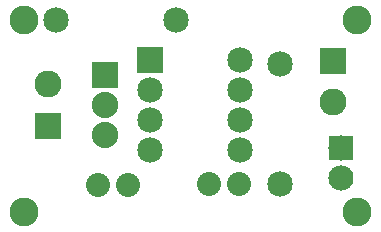
<source format=gbs>
G04 MADE WITH FRITZING*
G04 WWW.FRITZING.ORG*
G04 DOUBLE SIDED*
G04 HOLES PLATED*
G04 CONTOUR ON CENTER OF CONTOUR VECTOR*
%ASAXBY*%
%FSLAX23Y23*%
%MOIN*%
%OFA0B0*%
%SFA1.0B1.0*%
%ADD10C,0.085000*%
%ADD11C,0.080000*%
%ADD12C,0.088000*%
%ADD13C,0.084000*%
%ADD14C,0.090000*%
%ADD15C,0.096614*%
%ADD16R,0.085000X0.085000*%
%ADD17R,0.088000X0.088000*%
%ADD18R,0.084000X0.084000*%
%ADD19R,0.090000X0.090000*%
%LNMASK0*%
G90*
G70*
G54D10*
X495Y580D03*
X795Y580D03*
X495Y480D03*
X795Y480D03*
X495Y380D03*
X795Y380D03*
X495Y280D03*
X795Y280D03*
X930Y566D03*
X930Y166D03*
X182Y713D03*
X582Y713D03*
G54D11*
X693Y165D03*
X793Y165D03*
X321Y164D03*
X421Y164D03*
G54D12*
X347Y530D03*
X347Y430D03*
X347Y330D03*
G54D13*
X1133Y287D03*
X1133Y187D03*
G54D14*
X156Y361D03*
X156Y499D03*
X1104Y576D03*
X1104Y438D03*
G54D15*
X1187Y714D03*
X1185Y73D03*
X74Y73D03*
X74Y714D03*
G54D16*
X495Y580D03*
G54D17*
X347Y530D03*
G54D18*
X1133Y287D03*
G54D19*
X156Y361D03*
X1104Y576D03*
G04 End of Mask0*
M02*
</source>
